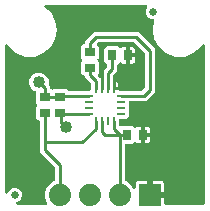
<source format=gbr>
G04 EAGLE Gerber RS-274X export*
G75*
%MOMM*%
%FSLAX34Y34*%
%LPD*%
%INTop Copper*%
%IPPOS*%
%AMOC8*
5,1,8,0,0,1.08239X$1,22.5*%
G01*
%ADD10R,0.280000X0.650000*%
%ADD11R,0.650000X0.280000*%
%ADD12R,0.700000X0.900000*%
%ADD13R,0.900000X0.700000*%
%ADD14R,1.879600X1.879600*%
%ADD15C,1.879600*%
%ADD16C,0.635000*%
%ADD17C,0.254000*%
%ADD18C,1.016000*%

G36*
X38949Y4325D02*
X38949Y4325D01*
X38999Y4323D01*
X39106Y4345D01*
X39215Y4359D01*
X39261Y4377D01*
X39310Y4387D01*
X39409Y4435D01*
X39511Y4476D01*
X39551Y4505D01*
X39596Y4527D01*
X39680Y4598D01*
X39768Y4662D01*
X39800Y4701D01*
X39838Y4733D01*
X39901Y4823D01*
X39971Y4907D01*
X39992Y4952D01*
X40021Y4993D01*
X40060Y5096D01*
X40107Y5195D01*
X40116Y5244D01*
X40134Y5290D01*
X40146Y5400D01*
X40167Y5507D01*
X40163Y5557D01*
X40169Y5606D01*
X40154Y5715D01*
X40147Y5825D01*
X40131Y5872D01*
X40125Y5921D01*
X40072Y6074D01*
X38353Y10224D01*
X38353Y15176D01*
X40248Y19750D01*
X43750Y23252D01*
X45698Y24059D01*
X45723Y24073D01*
X45751Y24083D01*
X45861Y24152D01*
X45974Y24216D01*
X45995Y24237D01*
X46020Y24253D01*
X46109Y24347D01*
X46202Y24438D01*
X46218Y24463D01*
X46238Y24484D01*
X46301Y24598D01*
X46369Y24709D01*
X46377Y24737D01*
X46392Y24763D01*
X46424Y24889D01*
X46462Y25013D01*
X46464Y25042D01*
X46471Y25071D01*
X46481Y25231D01*
X46481Y35785D01*
X46469Y35884D01*
X46466Y35983D01*
X46449Y36041D01*
X46441Y36101D01*
X46405Y36193D01*
X46377Y36288D01*
X46347Y36340D01*
X46324Y36397D01*
X46266Y36477D01*
X46216Y36562D01*
X46150Y36637D01*
X46138Y36654D01*
X46128Y36662D01*
X46110Y36683D01*
X33781Y49011D01*
X33781Y74582D01*
X33766Y74700D01*
X33759Y74819D01*
X33747Y74857D01*
X33741Y74898D01*
X33698Y75008D01*
X33661Y75121D01*
X33639Y75156D01*
X33624Y75193D01*
X33555Y75289D01*
X33491Y75390D01*
X33461Y75418D01*
X33438Y75451D01*
X33346Y75527D01*
X33259Y75608D01*
X33224Y75628D01*
X33193Y75653D01*
X33085Y75704D01*
X32981Y75762D01*
X32941Y75772D01*
X32905Y75789D01*
X32788Y75811D01*
X32673Y75841D01*
X32613Y75845D01*
X32593Y75849D01*
X32572Y75847D01*
X32512Y75851D01*
X32337Y75851D01*
X30551Y77637D01*
X30551Y87163D01*
X31391Y88002D01*
X31464Y88096D01*
X31543Y88186D01*
X31561Y88222D01*
X31586Y88254D01*
X31633Y88363D01*
X31687Y88469D01*
X31696Y88508D01*
X31712Y88546D01*
X31731Y88663D01*
X31757Y88779D01*
X31756Y88820D01*
X31762Y88860D01*
X31751Y88978D01*
X31747Y89097D01*
X31736Y89136D01*
X31732Y89176D01*
X31692Y89289D01*
X31659Y89403D01*
X31638Y89437D01*
X31625Y89476D01*
X31558Y89574D01*
X31497Y89677D01*
X31457Y89722D01*
X31446Y89739D01*
X31431Y89752D01*
X31391Y89797D01*
X30551Y90637D01*
X30551Y99326D01*
X30548Y99355D01*
X30550Y99385D01*
X30528Y99512D01*
X30511Y99642D01*
X30501Y99669D01*
X30496Y99698D01*
X30442Y99817D01*
X30394Y99937D01*
X30377Y99961D01*
X30365Y99988D01*
X30284Y100089D01*
X30208Y100195D01*
X30185Y100213D01*
X30166Y100236D01*
X30063Y100315D01*
X29963Y100397D01*
X29936Y100410D01*
X29912Y100428D01*
X29768Y100499D01*
X28415Y101059D01*
X26129Y103345D01*
X24891Y106333D01*
X24891Y109567D01*
X26129Y112555D01*
X28415Y114841D01*
X31403Y116079D01*
X34637Y116079D01*
X37625Y114841D01*
X39911Y112555D01*
X41149Y109567D01*
X41149Y106455D01*
X41161Y106356D01*
X41164Y106257D01*
X41181Y106199D01*
X41189Y106139D01*
X41225Y106047D01*
X41253Y105952D01*
X41283Y105900D01*
X41306Y105843D01*
X41364Y105763D01*
X41414Y105678D01*
X41480Y105603D01*
X41492Y105586D01*
X41502Y105578D01*
X41520Y105557D01*
X42419Y104659D01*
X42419Y103218D01*
X42434Y103100D01*
X42441Y102981D01*
X42454Y102943D01*
X42459Y102902D01*
X42502Y102792D01*
X42539Y102679D01*
X42561Y102644D01*
X42576Y102607D01*
X42645Y102511D01*
X42709Y102410D01*
X42739Y102382D01*
X42762Y102349D01*
X42854Y102273D01*
X42941Y102192D01*
X42976Y102172D01*
X43007Y102147D01*
X43115Y102096D01*
X43219Y102038D01*
X43259Y102028D01*
X43295Y102011D01*
X43412Y101989D01*
X43527Y101959D01*
X43587Y101955D01*
X43607Y101951D01*
X43628Y101953D01*
X43688Y101949D01*
X44070Y101949D01*
X44095Y101938D01*
X44213Y101919D01*
X44329Y101893D01*
X44370Y101894D01*
X44409Y101888D01*
X44528Y101899D01*
X44647Y101903D01*
X44686Y101914D01*
X44726Y101918D01*
X44813Y101949D01*
X56563Y101949D01*
X57421Y101091D01*
X57499Y101030D01*
X57571Y100962D01*
X57625Y100933D01*
X57672Y100896D01*
X57763Y100856D01*
X57850Y100808D01*
X57909Y100793D01*
X57964Y100769D01*
X58062Y100754D01*
X58158Y100729D01*
X58258Y100723D01*
X58278Y100719D01*
X58291Y100721D01*
X58319Y100719D01*
X70031Y100719D01*
X70130Y100731D01*
X70229Y100734D01*
X70287Y100751D01*
X70347Y100759D01*
X70439Y100795D01*
X70534Y100823D01*
X70579Y100849D01*
X75682Y100849D01*
X75800Y100864D01*
X75919Y100871D01*
X75957Y100884D01*
X75998Y100889D01*
X76108Y100932D01*
X76221Y100969D01*
X76256Y100991D01*
X76293Y101006D01*
X76389Y101075D01*
X76490Y101139D01*
X76518Y101169D01*
X76551Y101192D01*
X76627Y101284D01*
X76708Y101371D01*
X76728Y101406D01*
X76753Y101437D01*
X76804Y101545D01*
X76862Y101649D01*
X76872Y101689D01*
X76889Y101725D01*
X76911Y101842D01*
X76941Y101957D01*
X76945Y102017D01*
X76949Y102037D01*
X76947Y102058D01*
X76951Y102118D01*
X76951Y106915D01*
X76939Y107014D01*
X76936Y107113D01*
X76919Y107171D01*
X76911Y107231D01*
X76875Y107323D01*
X76847Y107418D01*
X76817Y107470D01*
X76794Y107527D01*
X76736Y107607D01*
X76686Y107692D01*
X76620Y107767D01*
X76608Y107784D01*
X76598Y107792D01*
X76580Y107813D01*
X71881Y112511D01*
X71881Y112682D01*
X71866Y112800D01*
X71859Y112919D01*
X71846Y112957D01*
X71841Y112998D01*
X71798Y113108D01*
X71761Y113221D01*
X71739Y113256D01*
X71724Y113293D01*
X71655Y113389D01*
X71591Y113490D01*
X71561Y113518D01*
X71538Y113551D01*
X71446Y113627D01*
X71359Y113708D01*
X71324Y113728D01*
X71293Y113753D01*
X71185Y113804D01*
X71081Y113862D01*
X71041Y113872D01*
X71005Y113889D01*
X70888Y113911D01*
X70773Y113941D01*
X70713Y113945D01*
X70693Y113949D01*
X70672Y113947D01*
X70612Y113951D01*
X70437Y113951D01*
X68651Y115737D01*
X68651Y125263D01*
X69491Y126103D01*
X69564Y126197D01*
X69643Y126286D01*
X69661Y126322D01*
X69686Y126354D01*
X69733Y126463D01*
X69787Y126569D01*
X69796Y126608D01*
X69812Y126646D01*
X69831Y126763D01*
X69857Y126879D01*
X69856Y126920D01*
X69862Y126960D01*
X69851Y127078D01*
X69847Y127197D01*
X69836Y127236D01*
X69832Y127276D01*
X69792Y127388D01*
X69759Y127503D01*
X69738Y127538D01*
X69725Y127576D01*
X69658Y127674D01*
X69597Y127777D01*
X69558Y127822D01*
X69546Y127839D01*
X69531Y127852D01*
X69491Y127898D01*
X68651Y128737D01*
X68651Y138263D01*
X70437Y140049D01*
X70612Y140049D01*
X70730Y140064D01*
X70849Y140071D01*
X70887Y140084D01*
X70928Y140089D01*
X71038Y140132D01*
X71151Y140169D01*
X71186Y140191D01*
X71223Y140206D01*
X71319Y140275D01*
X71420Y140339D01*
X71448Y140369D01*
X71481Y140392D01*
X71557Y140484D01*
X71638Y140571D01*
X71658Y140606D01*
X71683Y140637D01*
X71734Y140745D01*
X71792Y140849D01*
X71802Y140889D01*
X71819Y140925D01*
X71841Y141042D01*
X71871Y141157D01*
X71875Y141217D01*
X71879Y141237D01*
X71877Y141258D01*
X71881Y141318D01*
X71881Y142759D01*
X79491Y150369D01*
X117359Y150369D01*
X131319Y136409D01*
X131319Y99811D01*
X123589Y92081D01*
X110168Y92081D01*
X110050Y92066D01*
X109931Y92059D01*
X109893Y92046D01*
X109852Y92041D01*
X109742Y91998D01*
X109629Y91961D01*
X109594Y91939D01*
X109557Y91924D01*
X109461Y91855D01*
X109360Y91791D01*
X109332Y91761D01*
X109299Y91738D01*
X109223Y91646D01*
X109142Y91559D01*
X109122Y91524D01*
X109097Y91493D01*
X109046Y91385D01*
X108988Y91281D01*
X108978Y91241D01*
X108961Y91205D01*
X108939Y91088D01*
X108909Y90973D01*
X108905Y90913D01*
X108901Y90893D01*
X108903Y90872D01*
X108899Y90812D01*
X108899Y78737D01*
X107113Y76951D01*
X102118Y76951D01*
X102000Y76936D01*
X101881Y76929D01*
X101843Y76916D01*
X101802Y76911D01*
X101692Y76868D01*
X101579Y76831D01*
X101544Y76809D01*
X101507Y76794D01*
X101411Y76725D01*
X101310Y76661D01*
X101282Y76631D01*
X101249Y76608D01*
X101173Y76516D01*
X101092Y76429D01*
X101072Y76394D01*
X101047Y76363D01*
X100996Y76255D01*
X100938Y76151D01*
X100928Y76111D01*
X100911Y76075D01*
X100889Y75958D01*
X100859Y75843D01*
X100855Y75783D01*
X100851Y75763D01*
X100853Y75742D01*
X100849Y75682D01*
X100849Y71925D01*
X100866Y71787D01*
X100879Y71648D01*
X100886Y71629D01*
X100889Y71609D01*
X100940Y71480D01*
X100987Y71349D01*
X100998Y71332D01*
X101006Y71313D01*
X101087Y71201D01*
X101165Y71086D01*
X101181Y71072D01*
X101192Y71056D01*
X101300Y70967D01*
X101404Y70875D01*
X101422Y70866D01*
X101437Y70853D01*
X101563Y70794D01*
X101687Y70731D01*
X101707Y70726D01*
X101725Y70718D01*
X101861Y70692D01*
X101997Y70661D01*
X102018Y70662D01*
X102037Y70658D01*
X102176Y70666D01*
X102315Y70671D01*
X102335Y70676D01*
X102355Y70678D01*
X102487Y70720D01*
X102621Y70759D01*
X102638Y70769D01*
X102657Y70776D01*
X102775Y70850D01*
X102895Y70921D01*
X102916Y70939D01*
X102926Y70946D01*
X102940Y70961D01*
X103016Y71027D01*
X103037Y71049D01*
X112563Y71049D01*
X113762Y69850D01*
X113856Y69777D01*
X113945Y69698D01*
X113981Y69680D01*
X114013Y69655D01*
X114122Y69608D01*
X114228Y69553D01*
X114268Y69545D01*
X114305Y69529D01*
X114423Y69510D01*
X114539Y69484D01*
X114579Y69485D01*
X114619Y69479D01*
X114738Y69490D01*
X114856Y69493D01*
X114895Y69505D01*
X114936Y69509D01*
X115048Y69549D01*
X115162Y69582D01*
X115197Y69602D01*
X115235Y69616D01*
X115333Y69683D01*
X115436Y69743D01*
X115481Y69783D01*
X115498Y69795D01*
X115511Y69810D01*
X115557Y69850D01*
X115740Y70033D01*
X116319Y70368D01*
X116966Y70541D01*
X119051Y70541D01*
X119051Y63980D01*
X119066Y63862D01*
X119073Y63743D01*
X119085Y63705D01*
X119091Y63665D01*
X119134Y63554D01*
X119150Y63506D01*
X119140Y63488D01*
X119130Y63449D01*
X119113Y63413D01*
X119091Y63296D01*
X119061Y63180D01*
X119057Y63120D01*
X119053Y63100D01*
X119055Y63080D01*
X119051Y63020D01*
X119051Y56459D01*
X116966Y56459D01*
X116319Y56632D01*
X115740Y56967D01*
X115557Y57150D01*
X115463Y57223D01*
X115373Y57302D01*
X115337Y57320D01*
X115305Y57345D01*
X115196Y57392D01*
X115090Y57447D01*
X115051Y57455D01*
X115014Y57471D01*
X114896Y57490D01*
X114780Y57516D01*
X114739Y57515D01*
X114699Y57521D01*
X114581Y57510D01*
X114462Y57507D01*
X114423Y57495D01*
X114383Y57491D01*
X114271Y57451D01*
X114156Y57418D01*
X114122Y57398D01*
X114084Y57384D01*
X113985Y57317D01*
X113883Y57257D01*
X113837Y57217D01*
X113820Y57205D01*
X113807Y57190D01*
X113762Y57150D01*
X112563Y55951D01*
X107188Y55951D01*
X107070Y55936D01*
X106951Y55929D01*
X106913Y55916D01*
X106872Y55911D01*
X106762Y55868D01*
X106649Y55831D01*
X106614Y55809D01*
X106577Y55794D01*
X106481Y55725D01*
X106380Y55661D01*
X106352Y55631D01*
X106319Y55608D01*
X106243Y55516D01*
X106162Y55429D01*
X106142Y55394D01*
X106117Y55363D01*
X106066Y55255D01*
X106008Y55151D01*
X105998Y55111D01*
X105981Y55075D01*
X105959Y54958D01*
X105929Y54843D01*
X105925Y54783D01*
X105921Y54763D01*
X105923Y54742D01*
X105919Y54682D01*
X105919Y25231D01*
X105922Y25202D01*
X105920Y25173D01*
X105942Y25045D01*
X105959Y24916D01*
X105969Y24889D01*
X105974Y24859D01*
X106028Y24741D01*
X106076Y24620D01*
X106093Y24596D01*
X106105Y24569D01*
X106186Y24468D01*
X106262Y24363D01*
X106285Y24344D01*
X106304Y24321D01*
X106407Y24243D01*
X106507Y24160D01*
X106534Y24147D01*
X106558Y24130D01*
X106702Y24059D01*
X108650Y23252D01*
X112152Y19751D01*
X112619Y18622D01*
X112654Y18561D01*
X112680Y18496D01*
X112732Y18424D01*
X112777Y18345D01*
X112825Y18295D01*
X112866Y18239D01*
X112936Y18182D01*
X112998Y18117D01*
X113058Y18081D01*
X113111Y18036D01*
X113193Y17998D01*
X113269Y17951D01*
X113336Y17930D01*
X113399Y17901D01*
X113487Y17884D01*
X113573Y17857D01*
X113643Y17854D01*
X113712Y17841D01*
X113801Y17846D01*
X113891Y17842D01*
X113959Y17856D01*
X114029Y17860D01*
X114114Y17888D01*
X114202Y17906D01*
X114265Y17937D01*
X114331Y17959D01*
X114407Y18007D01*
X114488Y18046D01*
X114541Y18091D01*
X114600Y18129D01*
X114662Y18194D01*
X114730Y18252D01*
X114770Y18309D01*
X114818Y18360D01*
X114861Y18439D01*
X114913Y18512D01*
X114938Y18578D01*
X114972Y18639D01*
X114994Y18726D01*
X115026Y18810D01*
X115034Y18879D01*
X115051Y18947D01*
X115061Y19107D01*
X115061Y22432D01*
X115234Y23079D01*
X115569Y23658D01*
X116042Y24131D01*
X116621Y24466D01*
X117268Y24639D01*
X124461Y24639D01*
X124461Y13970D01*
X124476Y13852D01*
X124483Y13733D01*
X124496Y13695D01*
X124501Y13655D01*
X124544Y13544D01*
X124581Y13431D01*
X124603Y13397D01*
X124618Y13359D01*
X124688Y13263D01*
X124751Y13162D01*
X124781Y13134D01*
X124804Y13102D01*
X124896Y13026D01*
X124983Y12944D01*
X125018Y12925D01*
X125049Y12899D01*
X125157Y12848D01*
X125261Y12791D01*
X125301Y12780D01*
X125337Y12763D01*
X125454Y12741D01*
X125569Y12711D01*
X125630Y12707D01*
X125650Y12703D01*
X125670Y12705D01*
X125730Y12701D01*
X127001Y12701D01*
X127001Y11430D01*
X127016Y11312D01*
X127023Y11193D01*
X127036Y11155D01*
X127041Y11114D01*
X127085Y11004D01*
X127121Y10891D01*
X127143Y10856D01*
X127158Y10819D01*
X127228Y10723D01*
X127291Y10622D01*
X127321Y10594D01*
X127345Y10561D01*
X127436Y10486D01*
X127523Y10404D01*
X127558Y10384D01*
X127590Y10359D01*
X127697Y10308D01*
X127802Y10250D01*
X127841Y10240D01*
X127877Y10223D01*
X127994Y10201D01*
X128109Y10171D01*
X128170Y10167D01*
X128190Y10163D01*
X128210Y10165D01*
X128270Y10161D01*
X138939Y10161D01*
X138939Y5588D01*
X138954Y5470D01*
X138961Y5351D01*
X138974Y5313D01*
X138979Y5272D01*
X139022Y5162D01*
X139059Y5049D01*
X139081Y5014D01*
X139096Y4977D01*
X139165Y4881D01*
X139229Y4780D01*
X139259Y4752D01*
X139282Y4719D01*
X139374Y4643D01*
X139461Y4562D01*
X139496Y4542D01*
X139527Y4517D01*
X139635Y4466D01*
X139739Y4408D01*
X139779Y4398D01*
X139815Y4381D01*
X139932Y4359D01*
X140047Y4329D01*
X140107Y4325D01*
X140127Y4321D01*
X140148Y4323D01*
X140208Y4319D01*
X172018Y4319D01*
X172136Y4334D01*
X172254Y4341D01*
X172293Y4353D01*
X172334Y4359D01*
X172444Y4402D01*
X172556Y4438D01*
X172591Y4460D01*
X172630Y4476D01*
X172725Y4545D01*
X172825Y4608D01*
X172854Y4638D01*
X172887Y4662D01*
X172962Y4754D01*
X173044Y4840D01*
X173063Y4876D01*
X173090Y4907D01*
X173140Y5015D01*
X173197Y5118D01*
X173208Y5158D01*
X173225Y5195D01*
X173247Y5311D01*
X173277Y5426D01*
X173281Y5487D01*
X173285Y5507D01*
X173284Y5528D01*
X173288Y5587D01*
X173437Y138886D01*
X173419Y139031D01*
X173419Y139035D01*
X173415Y139096D01*
X173411Y139108D01*
X173404Y139177D01*
X173400Y139189D01*
X173398Y139202D01*
X173345Y139337D01*
X173293Y139475D01*
X173286Y139486D01*
X173281Y139498D01*
X173196Y139616D01*
X173112Y139736D01*
X173102Y139745D01*
X173095Y139755D01*
X172983Y139848D01*
X172871Y139944D01*
X172860Y139950D01*
X172850Y139958D01*
X172718Y140020D01*
X172587Y140086D01*
X172574Y140089D01*
X172562Y140094D01*
X172419Y140122D01*
X172276Y140152D01*
X172263Y140152D01*
X172250Y140154D01*
X172105Y140145D01*
X171958Y140139D01*
X171945Y140136D01*
X171933Y140135D01*
X171794Y140090D01*
X171653Y140048D01*
X171642Y140041D01*
X171630Y140037D01*
X171507Y139959D01*
X171381Y139883D01*
X171372Y139874D01*
X171361Y139867D01*
X171284Y139785D01*
X171283Y139785D01*
X171282Y139784D01*
X171261Y139761D01*
X171158Y139656D01*
X171149Y139642D01*
X171143Y139636D01*
X171135Y139621D01*
X171082Y139541D01*
X171080Y139540D01*
X171080Y139539D01*
X171069Y139522D01*
X169985Y137645D01*
X163878Y132520D01*
X156386Y129793D01*
X148414Y129793D01*
X140922Y132520D01*
X134815Y137644D01*
X130829Y144549D01*
X129445Y152400D01*
X130772Y159927D01*
X130775Y159997D01*
X130788Y160067D01*
X130783Y160155D01*
X130787Y160244D01*
X130773Y160314D01*
X130769Y160384D01*
X130741Y160468D01*
X130723Y160556D01*
X130692Y160619D01*
X130671Y160686D01*
X130623Y160762D01*
X130584Y160842D01*
X130538Y160895D01*
X130500Y160955D01*
X130436Y161016D01*
X130378Y161084D01*
X130320Y161125D01*
X130269Y161173D01*
X130191Y161216D01*
X130118Y161267D01*
X130052Y161293D01*
X129990Y161327D01*
X129904Y161349D01*
X129821Y161380D01*
X129751Y161388D01*
X129682Y161406D01*
X129522Y161416D01*
X128302Y161416D01*
X126015Y162364D01*
X124264Y164115D01*
X123316Y166402D01*
X123316Y168878D01*
X124264Y171165D01*
X124413Y171314D01*
X124498Y171424D01*
X124587Y171531D01*
X124595Y171550D01*
X124608Y171566D01*
X124663Y171694D01*
X124722Y171819D01*
X124726Y171839D01*
X124734Y171858D01*
X124756Y171995D01*
X124782Y172132D01*
X124781Y172152D01*
X124784Y172172D01*
X124771Y172310D01*
X124762Y172449D01*
X124756Y172468D01*
X124754Y172488D01*
X124707Y172619D01*
X124664Y172751D01*
X124653Y172769D01*
X124647Y172788D01*
X124569Y172903D01*
X124494Y173020D01*
X124479Y173034D01*
X124468Y173051D01*
X124364Y173143D01*
X124262Y173238D01*
X124245Y173248D01*
X124230Y173261D01*
X124106Y173324D01*
X123984Y173392D01*
X123964Y173397D01*
X123946Y173406D01*
X123811Y173436D01*
X123676Y173471D01*
X123648Y173473D01*
X123636Y173476D01*
X123616Y173475D01*
X123515Y173481D01*
X38933Y173481D01*
X38898Y173477D01*
X38863Y173479D01*
X38741Y173457D01*
X38618Y173441D01*
X38585Y173428D01*
X38550Y173422D01*
X38437Y173370D01*
X38322Y173324D01*
X38294Y173304D01*
X38261Y173289D01*
X38165Y173210D01*
X38065Y173138D01*
X38042Y173110D01*
X38015Y173088D01*
X37941Y172988D01*
X37862Y172893D01*
X37847Y172861D01*
X37826Y172832D01*
X37779Y172717D01*
X37726Y172605D01*
X37720Y172570D01*
X37707Y172537D01*
X37690Y172414D01*
X37667Y172293D01*
X37669Y172257D01*
X37664Y172222D01*
X37679Y172099D01*
X37686Y171975D01*
X37697Y171941D01*
X37702Y171906D01*
X37746Y171791D01*
X37784Y171673D01*
X37803Y171643D01*
X37816Y171610D01*
X37888Y171509D01*
X37955Y171404D01*
X37980Y171380D01*
X38001Y171351D01*
X38118Y171240D01*
X42985Y167156D01*
X46971Y160251D01*
X48355Y152400D01*
X46971Y144549D01*
X42985Y137645D01*
X36878Y132520D01*
X29386Y129793D01*
X21414Y129793D01*
X13922Y132520D01*
X7815Y137644D01*
X6687Y139598D01*
X6599Y139714D01*
X6514Y139832D01*
X6503Y139841D01*
X6495Y139851D01*
X6381Y139942D01*
X6269Y140035D01*
X6256Y140041D01*
X6246Y140049D01*
X6112Y140109D01*
X5981Y140170D01*
X5968Y140173D01*
X5955Y140178D01*
X5811Y140203D01*
X5668Y140230D01*
X5655Y140229D01*
X5642Y140232D01*
X5496Y140219D01*
X5351Y140210D01*
X5338Y140206D01*
X5325Y140205D01*
X5187Y140157D01*
X5049Y140112D01*
X5037Y140105D01*
X5024Y140101D01*
X4903Y140020D01*
X4780Y139942D01*
X4771Y139932D01*
X4759Y139925D01*
X4662Y139817D01*
X4562Y139711D01*
X4555Y139699D01*
X4546Y139689D01*
X4479Y139560D01*
X4408Y139432D01*
X4405Y139419D01*
X4399Y139407D01*
X4365Y139265D01*
X4329Y139124D01*
X4328Y139106D01*
X4326Y139098D01*
X4326Y139080D01*
X4319Y138963D01*
X4319Y15110D01*
X4327Y15041D01*
X4326Y14971D01*
X4347Y14884D01*
X4359Y14795D01*
X4384Y14730D01*
X4401Y14662D01*
X4443Y14582D01*
X4476Y14499D01*
X4517Y14443D01*
X4549Y14381D01*
X4610Y14314D01*
X4662Y14242D01*
X4716Y14197D01*
X4763Y14145D01*
X4838Y14096D01*
X4907Y14039D01*
X4971Y14009D01*
X5029Y13971D01*
X5114Y13941D01*
X5195Y13903D01*
X5264Y13890D01*
X5330Y13867D01*
X5419Y13860D01*
X5507Y13843D01*
X5577Y13848D01*
X5647Y13842D01*
X5735Y13858D01*
X5825Y13863D01*
X5891Y13885D01*
X5960Y13897D01*
X6042Y13934D01*
X6127Y13961D01*
X6186Y13999D01*
X6250Y14027D01*
X6320Y14083D01*
X6396Y14131D01*
X6444Y14182D01*
X6498Y14226D01*
X6553Y14298D01*
X6614Y14363D01*
X6648Y14424D01*
X6690Y14480D01*
X6761Y14624D01*
X7424Y16225D01*
X9175Y17976D01*
X11462Y18924D01*
X13938Y18924D01*
X16225Y17976D01*
X17976Y16225D01*
X18924Y13938D01*
X18924Y11462D01*
X17976Y9175D01*
X16225Y7424D01*
X14624Y6761D01*
X14564Y6726D01*
X14499Y6700D01*
X14426Y6648D01*
X14348Y6603D01*
X14298Y6555D01*
X14242Y6514D01*
X14184Y6444D01*
X14120Y6382D01*
X14083Y6322D01*
X14039Y6269D01*
X14000Y6187D01*
X13954Y6111D01*
X13933Y6044D01*
X13903Y5981D01*
X13886Y5893D01*
X13860Y5807D01*
X13857Y5737D01*
X13843Y5668D01*
X13849Y5579D01*
X13845Y5489D01*
X13859Y5421D01*
X13863Y5351D01*
X13891Y5266D01*
X13909Y5178D01*
X13940Y5115D01*
X13961Y5049D01*
X14009Y4973D01*
X14049Y4892D01*
X14094Y4839D01*
X14131Y4780D01*
X14197Y4718D01*
X14255Y4650D01*
X14312Y4610D01*
X14363Y4562D01*
X14442Y4519D01*
X14515Y4467D01*
X14580Y4442D01*
X14642Y4408D01*
X14728Y4386D01*
X14813Y4354D01*
X14882Y4346D01*
X14949Y4329D01*
X15110Y4319D01*
X38900Y4319D01*
X38949Y4325D01*
G37*
G36*
X119584Y100731D02*
X119584Y100731D01*
X119683Y100734D01*
X119741Y100751D01*
X119801Y100759D01*
X119893Y100795D01*
X119988Y100823D01*
X120040Y100853D01*
X120097Y100876D01*
X120177Y100934D01*
X120262Y100984D01*
X120337Y101050D01*
X120354Y101062D01*
X120362Y101072D01*
X120383Y101090D01*
X122310Y103017D01*
X122370Y103095D01*
X122438Y103168D01*
X122467Y103221D01*
X122504Y103268D01*
X122544Y103359D01*
X122592Y103446D01*
X122607Y103505D01*
X122631Y103560D01*
X122646Y103658D01*
X122671Y103754D01*
X122677Y103854D01*
X122681Y103874D01*
X122679Y103887D01*
X122681Y103915D01*
X122681Y132305D01*
X122669Y132404D01*
X122666Y132503D01*
X122649Y132561D01*
X122641Y132621D01*
X122605Y132713D01*
X122577Y132808D01*
X122547Y132860D01*
X122524Y132917D01*
X122466Y132997D01*
X122416Y133082D01*
X122350Y133157D01*
X122338Y133174D01*
X122328Y133182D01*
X122310Y133203D01*
X114153Y141360D01*
X114075Y141420D01*
X114002Y141488D01*
X113949Y141517D01*
X113902Y141554D01*
X113811Y141594D01*
X113724Y141642D01*
X113665Y141657D01*
X113610Y141681D01*
X113512Y141696D01*
X113416Y141721D01*
X113316Y141727D01*
X113296Y141731D01*
X113283Y141729D01*
X113255Y141731D01*
X83595Y141731D01*
X83496Y141719D01*
X83398Y141716D01*
X83339Y141699D01*
X83279Y141691D01*
X83187Y141655D01*
X83092Y141628D01*
X83040Y141597D01*
X82983Y141574D01*
X82903Y141516D01*
X82818Y141466D01*
X82743Y141400D01*
X82726Y141388D01*
X82718Y141378D01*
X82697Y141360D01*
X82572Y141235D01*
X82499Y141141D01*
X82420Y141051D01*
X82402Y141015D01*
X82377Y140983D01*
X82330Y140874D01*
X82276Y140768D01*
X82267Y140729D01*
X82251Y140692D01*
X82232Y140574D01*
X82206Y140458D01*
X82207Y140417D01*
X82201Y140377D01*
X82212Y140259D01*
X82216Y140140D01*
X82227Y140101D01*
X82231Y140061D01*
X82271Y139949D01*
X82304Y139834D01*
X82325Y139800D01*
X82338Y139761D01*
X82405Y139663D01*
X82466Y139560D01*
X82505Y139515D01*
X82517Y139498D01*
X82532Y139485D01*
X82572Y139439D01*
X83749Y138263D01*
X83749Y128737D01*
X82909Y127898D01*
X82836Y127804D01*
X82757Y127714D01*
X82739Y127678D01*
X82714Y127646D01*
X82667Y127537D01*
X82613Y127431D01*
X82604Y127392D01*
X82588Y127354D01*
X82569Y127237D01*
X82543Y127121D01*
X82544Y127080D01*
X82538Y127040D01*
X82549Y126922D01*
X82553Y126803D01*
X82564Y126764D01*
X82568Y126724D01*
X82608Y126611D01*
X82641Y126497D01*
X82662Y126463D01*
X82675Y126424D01*
X82742Y126326D01*
X82803Y126223D01*
X82843Y126178D01*
X82854Y126161D01*
X82869Y126148D01*
X82909Y126103D01*
X83749Y125263D01*
X83749Y115737D01*
X83207Y115196D01*
X83134Y115101D01*
X83055Y115012D01*
X83037Y114976D01*
X83012Y114944D01*
X82965Y114835D01*
X82911Y114729D01*
X82902Y114690D01*
X82886Y114652D01*
X82867Y114535D01*
X82841Y114419D01*
X82842Y114378D01*
X82836Y114338D01*
X82847Y114220D01*
X82851Y114101D01*
X82862Y114062D01*
X82866Y114022D01*
X82906Y113909D01*
X82939Y113795D01*
X82960Y113761D01*
X82973Y113722D01*
X83040Y113624D01*
X83101Y113521D01*
X83141Y113476D01*
X83152Y113459D01*
X83167Y113446D01*
X83207Y113401D01*
X84915Y111693D01*
X85024Y111608D01*
X85131Y111519D01*
X85150Y111511D01*
X85166Y111498D01*
X85294Y111443D01*
X85419Y111384D01*
X85439Y111380D01*
X85458Y111372D01*
X85596Y111350D01*
X85732Y111324D01*
X85752Y111325D01*
X85772Y111322D01*
X85911Y111335D01*
X86049Y111344D01*
X86068Y111350D01*
X86088Y111352D01*
X86220Y111399D01*
X86351Y111442D01*
X86369Y111452D01*
X86388Y111459D01*
X86503Y111537D01*
X86620Y111612D01*
X86634Y111627D01*
X86651Y111638D01*
X86743Y111742D01*
X86838Y111843D01*
X86848Y111861D01*
X86861Y111876D01*
X86925Y112000D01*
X86992Y112122D01*
X86997Y112142D01*
X87006Y112160D01*
X87036Y112295D01*
X87071Y112430D01*
X87073Y112458D01*
X87076Y112470D01*
X87075Y112490D01*
X87081Y112591D01*
X87081Y117319D01*
X90410Y120647D01*
X90470Y120725D01*
X90538Y120798D01*
X90567Y120851D01*
X90604Y120898D01*
X90644Y120989D01*
X90692Y121076D01*
X90707Y121135D01*
X90731Y121190D01*
X90746Y121288D01*
X90771Y121384D01*
X90777Y121484D01*
X90781Y121504D01*
X90779Y121517D01*
X90781Y121545D01*
X90781Y122291D01*
X90769Y122390D01*
X90766Y122489D01*
X90749Y122547D01*
X90741Y122607D01*
X90705Y122699D01*
X90677Y122794D01*
X90647Y122846D01*
X90624Y122903D01*
X90566Y122983D01*
X90516Y123068D01*
X90450Y123143D01*
X90438Y123160D01*
X90428Y123168D01*
X90410Y123189D01*
X88551Y125047D01*
X88551Y136573D01*
X90337Y138359D01*
X99863Y138359D01*
X101062Y137160D01*
X101156Y137087D01*
X101245Y137008D01*
X101281Y136990D01*
X101313Y136965D01*
X101422Y136918D01*
X101528Y136863D01*
X101568Y136855D01*
X101605Y136839D01*
X101723Y136820D01*
X101839Y136794D01*
X101879Y136795D01*
X101919Y136789D01*
X102038Y136800D01*
X102157Y136804D01*
X102195Y136815D01*
X102236Y136819D01*
X102348Y136859D01*
X102462Y136892D01*
X102497Y136912D01*
X102535Y136926D01*
X102633Y136993D01*
X102736Y137053D01*
X102781Y137093D01*
X102798Y137105D01*
X102812Y137120D01*
X102857Y137160D01*
X103040Y137343D01*
X103619Y137678D01*
X104266Y137851D01*
X106351Y137851D01*
X106351Y131290D01*
X106366Y131172D01*
X106373Y131053D01*
X106385Y131015D01*
X106391Y130975D01*
X106434Y130864D01*
X106450Y130816D01*
X106440Y130798D01*
X106430Y130759D01*
X106413Y130723D01*
X106391Y130606D01*
X106361Y130490D01*
X106357Y130430D01*
X106353Y130410D01*
X106355Y130390D01*
X106351Y130330D01*
X106351Y123769D01*
X104266Y123769D01*
X103619Y123942D01*
X103040Y124277D01*
X102857Y124460D01*
X102763Y124533D01*
X102673Y124612D01*
X102637Y124630D01*
X102606Y124655D01*
X102496Y124702D01*
X102390Y124757D01*
X102351Y124765D01*
X102314Y124781D01*
X102196Y124800D01*
X102080Y124826D01*
X102039Y124825D01*
X102000Y124831D01*
X101881Y124820D01*
X101762Y124817D01*
X101723Y124805D01*
X101683Y124801D01*
X101571Y124761D01*
X101457Y124728D01*
X101422Y124708D01*
X101384Y124694D01*
X101285Y124627D01*
X101183Y124567D01*
X101137Y124527D01*
X101121Y124515D01*
X101107Y124500D01*
X101062Y124460D01*
X99790Y123189D01*
X99730Y123111D01*
X99662Y123039D01*
X99633Y122986D01*
X99596Y122938D01*
X99556Y122847D01*
X99508Y122760D01*
X99493Y122701D01*
X99469Y122646D01*
X99454Y122548D01*
X99429Y122452D01*
X99423Y122352D01*
X99419Y122332D01*
X99421Y122319D01*
X99419Y122291D01*
X99419Y117441D01*
X96090Y114113D01*
X96030Y114035D01*
X95962Y113962D01*
X95933Y113909D01*
X95896Y113862D01*
X95856Y113771D01*
X95808Y113684D01*
X95793Y113625D01*
X95769Y113570D01*
X95754Y113472D01*
X95729Y113376D01*
X95723Y113276D01*
X95719Y113256D01*
X95721Y113243D01*
X95719Y113215D01*
X95719Y109660D01*
X95734Y109542D01*
X95741Y109423D01*
X95754Y109385D01*
X95759Y109344D01*
X95802Y109234D01*
X95839Y109121D01*
X95861Y109086D01*
X95876Y109049D01*
X95945Y108953D01*
X96009Y108852D01*
X96039Y108824D01*
X96062Y108791D01*
X96154Y108715D01*
X96241Y108634D01*
X96276Y108614D01*
X96307Y108589D01*
X96415Y108538D01*
X96519Y108480D01*
X96559Y108470D01*
X96595Y108453D01*
X96712Y108431D01*
X96827Y108401D01*
X96887Y108397D01*
X96907Y108393D01*
X96928Y108395D01*
X96988Y108391D01*
X98134Y108391D01*
X98781Y108218D01*
X99360Y107883D01*
X99833Y107410D01*
X100168Y106831D01*
X100341Y106184D01*
X100341Y103869D01*
X97118Y103869D01*
X97000Y103854D01*
X96881Y103847D01*
X96843Y103835D01*
X96802Y103830D01*
X96692Y103786D01*
X96579Y103749D01*
X96544Y103727D01*
X96507Y103713D01*
X96411Y103643D01*
X96310Y103579D01*
X96282Y103549D01*
X96249Y103526D01*
X96173Y103434D01*
X96092Y103347D01*
X96072Y103312D01*
X96047Y103281D01*
X95996Y103173D01*
X95938Y103069D01*
X95928Y103030D01*
X95911Y102993D01*
X95889Y102876D01*
X95859Y102761D01*
X95855Y102701D01*
X95851Y102681D01*
X95851Y102680D01*
X95853Y102660D01*
X95849Y102600D01*
X95864Y102482D01*
X95871Y102363D01*
X95884Y102324D01*
X95889Y102284D01*
X95932Y102174D01*
X95969Y102060D01*
X95991Y102026D01*
X96006Y101989D01*
X96075Y101892D01*
X96139Y101792D01*
X96169Y101764D01*
X96192Y101731D01*
X96284Y101655D01*
X96371Y101574D01*
X96406Y101554D01*
X96437Y101528D01*
X96545Y101478D01*
X96649Y101420D01*
X96689Y101410D01*
X96725Y101393D01*
X96842Y101371D01*
X96957Y101341D01*
X97017Y101337D01*
X97037Y101333D01*
X97058Y101334D01*
X97118Y101331D01*
X100618Y101331D01*
X100631Y101310D01*
X100661Y101282D01*
X100684Y101249D01*
X100776Y101173D01*
X100863Y101092D01*
X100898Y101072D01*
X100929Y101047D01*
X101037Y100996D01*
X101141Y100938D01*
X101181Y100928D01*
X101217Y100911D01*
X101334Y100889D01*
X101449Y100859D01*
X101509Y100855D01*
X101529Y100851D01*
X101550Y100853D01*
X101610Y100849D01*
X107227Y100849D01*
X107300Y100808D01*
X107359Y100793D01*
X107414Y100769D01*
X107512Y100754D01*
X107608Y100729D01*
X107708Y100723D01*
X107728Y100719D01*
X107741Y100721D01*
X107769Y100719D01*
X119485Y100719D01*
X119584Y100731D01*
G37*
%LPC*%
G36*
X129539Y15239D02*
X129539Y15239D01*
X129539Y24639D01*
X136732Y24639D01*
X137379Y24466D01*
X137958Y24131D01*
X138431Y23658D01*
X138766Y23079D01*
X138939Y22432D01*
X138939Y15239D01*
X129539Y15239D01*
G37*
%LPD*%
%LPC*%
G36*
X109849Y132559D02*
X109849Y132559D01*
X109849Y137851D01*
X111934Y137851D01*
X112581Y137678D01*
X113160Y137343D01*
X113633Y136870D01*
X113968Y136291D01*
X114141Y135644D01*
X114141Y132559D01*
X109849Y132559D01*
G37*
%LPD*%
%LPC*%
G36*
X122549Y65249D02*
X122549Y65249D01*
X122549Y70541D01*
X124634Y70541D01*
X125281Y70368D01*
X125860Y70033D01*
X126333Y69560D01*
X126668Y68981D01*
X126841Y68334D01*
X126841Y65249D01*
X122549Y65249D01*
G37*
%LPD*%
%LPC*%
G36*
X109849Y123769D02*
X109849Y123769D01*
X109849Y129061D01*
X114141Y129061D01*
X114141Y125976D01*
X113968Y125329D01*
X113633Y124750D01*
X113160Y124277D01*
X112581Y123942D01*
X111934Y123769D01*
X109849Y123769D01*
G37*
%LPD*%
%LPC*%
G36*
X122549Y56459D02*
X122549Y56459D01*
X122549Y61751D01*
X126841Y61751D01*
X126841Y58666D01*
X126668Y58019D01*
X126333Y57440D01*
X125860Y56967D01*
X125281Y56632D01*
X124634Y56459D01*
X122549Y56459D01*
G37*
%LPD*%
D10*
X96400Y75200D03*
X91400Y75200D03*
X86400Y75200D03*
X81400Y75200D03*
D11*
X102600Y81400D03*
X75200Y86400D03*
X75200Y91400D03*
X75200Y96400D03*
D10*
X81400Y102600D03*
X86400Y102600D03*
X91400Y102600D03*
X96400Y102600D03*
D11*
X102600Y86400D03*
X102600Y96400D03*
X75200Y81400D03*
X102600Y91400D03*
D12*
X107800Y63500D03*
X120800Y63500D03*
D13*
X76200Y133500D03*
X76200Y120500D03*
D12*
X95100Y130810D03*
X108100Y130810D03*
D13*
X38100Y82400D03*
X38100Y95400D03*
X50800Y82400D03*
X50800Y95400D03*
D14*
X127000Y12700D03*
D15*
X101600Y12700D03*
X76200Y12700D03*
X50800Y12700D03*
D16*
X12700Y12700D03*
X129540Y167640D03*
D17*
X75200Y96400D02*
X51800Y96400D01*
X50800Y95400D01*
X38100Y95400D01*
X37950Y95250D01*
X96400Y75200D02*
X96400Y68700D01*
X101600Y63500D01*
X101600Y12700D01*
X101600Y63500D02*
X107800Y63500D01*
X86400Y66000D02*
X86400Y75200D01*
X86400Y66000D02*
X88900Y63500D01*
X101600Y63500D01*
X38100Y95400D02*
X38100Y102870D01*
X33020Y107950D01*
D18*
X33020Y107950D03*
D17*
X38100Y57150D02*
X38100Y50800D01*
X38100Y57150D02*
X38100Y82400D01*
X38100Y50800D02*
X50800Y38100D01*
X50800Y12700D01*
X81400Y68700D02*
X81400Y75200D01*
X81400Y68700D02*
X69850Y57150D01*
X38100Y57150D01*
X51800Y81400D02*
X75200Y81400D01*
X51800Y81400D02*
X50800Y82400D01*
X51800Y81400D02*
X51800Y73930D01*
X55880Y69850D01*
D18*
X55880Y69850D03*
D17*
X102600Y96400D02*
X102720Y96520D01*
X121800Y96400D02*
X127000Y101600D01*
X121800Y96400D02*
X102600Y96400D01*
X76200Y133500D02*
X76200Y140970D01*
X81280Y146050D01*
X115570Y146050D01*
X127000Y134620D01*
X127000Y101600D01*
X81400Y102600D02*
X81400Y109100D01*
X76200Y114300D01*
X76200Y120500D01*
X86360Y120650D02*
X86400Y102600D01*
X96400Y102600D02*
X96400Y109100D01*
X102870Y115570D01*
X123190Y81280D02*
X120800Y78890D01*
X120800Y63500D01*
D18*
X115570Y116840D03*
D17*
X91400Y115530D02*
X91400Y102600D01*
X91400Y115530D02*
X95100Y119230D01*
X95100Y130810D01*
M02*

</source>
